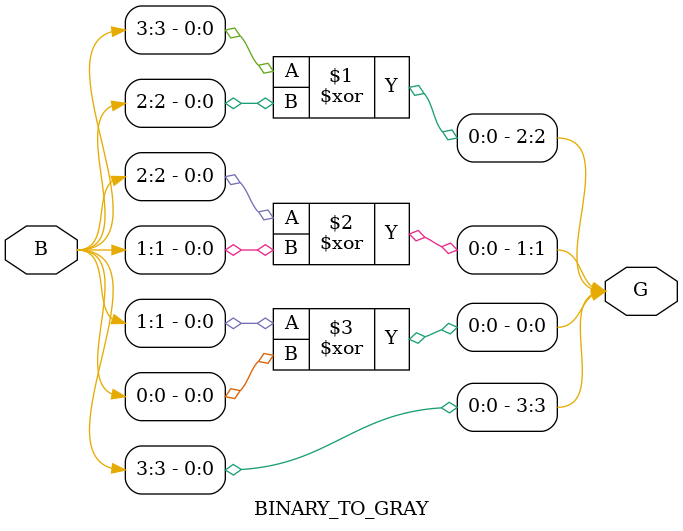
<source format=v>
`timescale 1ns / 1ps

// Author : Venu Pabbuleti 
// ID     : N180116
//Branch  : ECE
//Project Name : RTL design using Verilog
//Design  Nmae : BINARY TO GRAY CODE CONVERTOR
//Module  Nmae : BINARY_TO_GRAY
//RGUKT NUZVID 
//////////////////////////////////////////////////////////////////////////////////



module BINARY_TO_GRAY(B,G);
input [3:0]B;
output [3:0]G;
assign G[3] = B[3];
assign G[2] = B[3]^B[2];
assign G[1] = B[2]^B[1];
assign G[0] = B[1]^B[0];
endmodule

</source>
